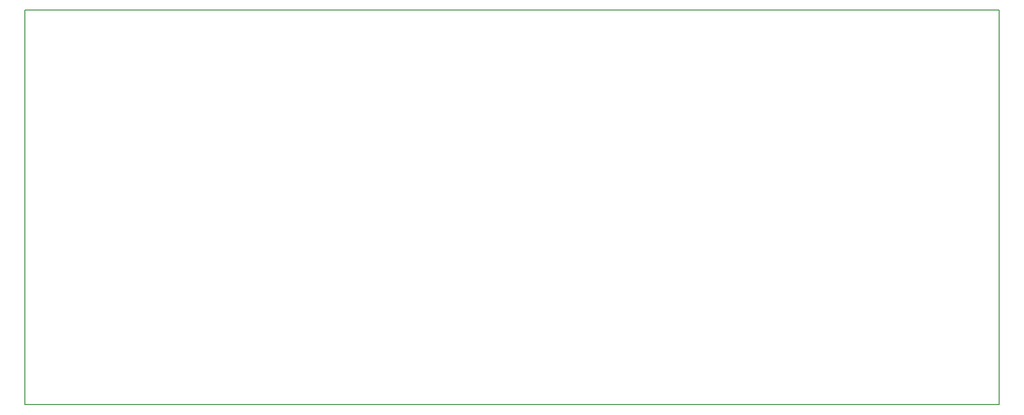
<source format=gbr>
G04 PROTEUS RS274X GERBER FILE*
%FSLAX45Y45*%
%MOMM*%
G01*
%ADD16C,0.203200*%
D16*
X-11250000Y-6500000D02*
X+6000000Y-6500000D01*
X+6000000Y+500000D01*
X-11250000Y+500000D01*
X-11250000Y-6500000D01*
M02*

</source>
